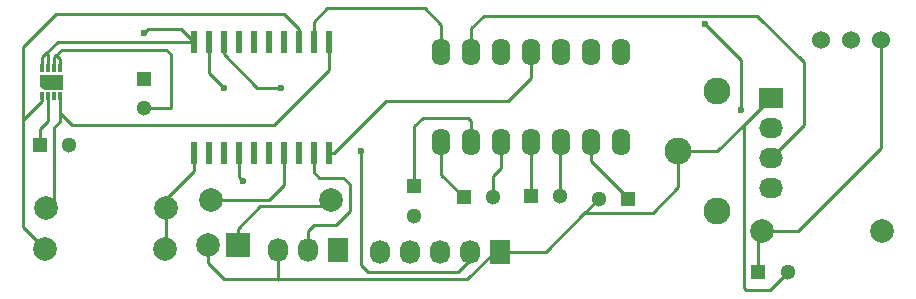
<source format=gbr>
G04 #@! TF.FileFunction,Copper,L1,Top,Signal*
%FSLAX46Y46*%
G04 Gerber Fmt 4.6, Leading zero omitted, Abs format (unit mm)*
G04 Created by KiCad (PCBNEW 4.0.2+dfsg1-stable) date Thu 01 Dec 2016 16:17:54 GMT*
%MOMM*%
G01*
G04 APERTURE LIST*
%ADD10C,0.100000*%
%ADD11C,0.001000*%
%ADD12R,1.300000X1.300000*%
%ADD13C,1.300000*%
%ADD14C,1.998980*%
%ADD15R,0.300000X0.800000*%
%ADD16R,1.000000X0.200000*%
%ADD17R,0.600000X1.950000*%
%ADD18O,1.600000X2.300000*%
%ADD19R,1.727200X2.032000*%
%ADD20O,1.727200X2.032000*%
%ADD21R,2.032000X1.727200*%
%ADD22O,2.032000X1.727200*%
%ADD23C,2.286000*%
%ADD24R,2.000000X2.000000*%
%ADD25C,2.000000*%
%ADD26C,1.524000*%
%ADD27C,0.600000*%
%ADD28C,0.250000*%
G04 APERTURE END LIST*
D10*
D11*
G36*
X133670000Y-72690000D02*
X133670000Y-71790000D01*
X135570000Y-71790000D01*
X135570000Y-72990000D01*
X133970000Y-72990000D01*
X133670000Y-72690000D01*
G37*
X133670000Y-72690000D02*
X133670000Y-71790000D01*
X135570000Y-71790000D01*
X135570000Y-72990000D01*
X133970000Y-72990000D01*
X133670000Y-72690000D01*
D12*
X142494000Y-72085200D03*
D13*
X142494000Y-74585200D03*
D12*
X175234600Y-82067400D03*
D13*
X177734600Y-82067400D03*
D12*
X169545000Y-82143600D03*
D13*
X172045000Y-82143600D03*
D12*
X165354000Y-81203800D03*
D13*
X165354000Y-83703800D03*
D12*
X183489600Y-82245200D03*
D13*
X180989600Y-82245200D03*
D12*
X133654800Y-77724000D03*
D13*
X136154800Y-77724000D03*
D14*
X144297400Y-86537800D03*
X134137400Y-86537800D03*
X144322800Y-83032600D03*
X134162800Y-83032600D03*
X148132800Y-82372200D03*
X158292800Y-82372200D03*
X204978000Y-84963000D03*
X194818000Y-84963000D03*
D15*
X133870000Y-73590000D03*
X134370000Y-73590000D03*
X134870000Y-73590000D03*
X135370000Y-73590000D03*
X135370000Y-71190000D03*
X134870000Y-71190000D03*
X134370000Y-71190000D03*
X133870000Y-71190000D03*
D16*
X134620000Y-72390000D03*
D17*
X146685000Y-78360000D03*
X147955000Y-78360000D03*
X149225000Y-78360000D03*
X150495000Y-78360000D03*
X151765000Y-78360000D03*
X153035000Y-78360000D03*
X154305000Y-78360000D03*
X155575000Y-78360000D03*
X156845000Y-78360000D03*
X158115000Y-78360000D03*
X158115000Y-68960000D03*
X156845000Y-68960000D03*
X155575000Y-68960000D03*
X154305000Y-68960000D03*
X153035000Y-68960000D03*
X151765000Y-68960000D03*
X150495000Y-68960000D03*
X149225000Y-68960000D03*
X147955000Y-68960000D03*
X146685000Y-68960000D03*
D18*
X167640000Y-77470000D03*
X170180000Y-77470000D03*
X172720000Y-77470000D03*
X175260000Y-77470000D03*
X177800000Y-77470000D03*
X180340000Y-77470000D03*
X182880000Y-77470000D03*
X182880000Y-69850000D03*
X180340000Y-69850000D03*
X177800000Y-69850000D03*
X175260000Y-69850000D03*
X172720000Y-69850000D03*
X170180000Y-69850000D03*
X167640000Y-69850000D03*
D19*
X172593000Y-86741000D03*
D20*
X170053000Y-86741000D03*
X167513000Y-86741000D03*
X164973000Y-86741000D03*
X162433000Y-86741000D03*
D21*
X195529200Y-73710800D03*
D22*
X195529200Y-76250800D03*
X195529200Y-78790800D03*
X195529200Y-81330800D03*
D23*
X191033400Y-83312000D03*
X191033400Y-73152000D03*
X187731400Y-78232000D03*
D24*
X150418800Y-86156800D03*
D25*
X147878800Y-86156800D03*
D26*
X202311000Y-68808600D03*
X204851000Y-68808600D03*
X199771000Y-68808600D03*
D12*
X194487800Y-88468200D03*
D13*
X196987800Y-88468200D03*
D19*
X158927800Y-86614000D03*
D20*
X156387800Y-86614000D03*
X153847800Y-86614000D03*
D27*
X142494000Y-68199000D03*
X150850600Y-80746600D03*
X154051000Y-72847200D03*
X160858200Y-78257400D03*
X149250400Y-72898000D03*
X189966600Y-67462400D03*
X193014600Y-74752200D03*
D28*
X193243200Y-75996800D02*
X193243200Y-89814400D01*
X195438400Y-90017600D02*
X196987800Y-88468200D01*
X193446400Y-90017600D02*
X195438400Y-90017600D01*
X193243200Y-89814400D02*
X193446400Y-90017600D01*
X153847800Y-86614000D02*
X153847800Y-89077800D01*
X153822400Y-89154000D02*
X153822400Y-89077800D01*
X153822400Y-89103200D02*
X153822400Y-89154000D01*
X153847800Y-89077800D02*
X153822400Y-89103200D01*
X172593000Y-86741000D02*
X172161200Y-86741000D01*
X172161200Y-86741000D02*
X169824400Y-89077800D01*
X169824400Y-89077800D02*
X153822400Y-89077800D01*
X147878800Y-87731600D02*
X147878800Y-86156800D01*
X153822400Y-89077800D02*
X149225000Y-89077800D01*
X149225000Y-89077800D02*
X147878800Y-87731600D01*
X187731400Y-78232000D02*
X191008000Y-78232000D01*
X191008000Y-78232000D02*
X193243200Y-75996800D01*
X193243200Y-75996800D02*
X195529200Y-73710800D01*
X179750400Y-83484400D02*
X185552400Y-83484400D01*
X187731400Y-81305400D02*
X187731400Y-78232000D01*
X185552400Y-83484400D02*
X187731400Y-81305400D01*
X172593000Y-86741000D02*
X176493800Y-86741000D01*
X176493800Y-86741000D02*
X179750400Y-83484400D01*
X179750400Y-83484400D02*
X180989600Y-82245200D01*
X133654800Y-77724000D02*
X133654800Y-76352400D01*
X134370000Y-75637200D02*
X134370000Y-73590000D01*
X133654800Y-76352400D02*
X134370000Y-75637200D01*
X145593800Y-67868800D02*
X146685000Y-68960000D01*
X142824200Y-67868800D02*
X145593800Y-67868800D01*
X142494000Y-68199000D02*
X142824200Y-67868800D01*
X134370000Y-71190000D02*
X134370000Y-70057200D01*
X134213600Y-69951600D02*
X134213600Y-69926200D01*
X134239000Y-69926200D02*
X134213600Y-69951600D01*
X134239000Y-69900800D02*
X134239000Y-69926200D01*
X134226300Y-69913500D02*
X134239000Y-69900800D01*
X134370000Y-70057200D02*
X134226300Y-69913500D01*
X133870000Y-71190000D02*
X133870000Y-70269800D01*
X135179800Y-68960000D02*
X146685000Y-68960000D01*
X133870000Y-70269800D02*
X134213600Y-69926200D01*
X134213600Y-69926200D02*
X135179800Y-68960000D01*
X144322800Y-83032600D02*
X144322800Y-86512400D01*
X144322800Y-86512400D02*
X144297400Y-86537800D01*
X144322800Y-83032600D02*
X144322800Y-82296000D01*
X144322800Y-82296000D02*
X146685000Y-79933800D01*
X146685000Y-79933800D02*
X146685000Y-78360000D01*
X144729200Y-74574400D02*
X142504800Y-74574400D01*
X142504800Y-74574400D02*
X142494000Y-74585200D01*
X135370000Y-71190000D02*
X135370000Y-70396800D01*
X135370000Y-70396800D02*
X135064500Y-70091300D01*
X134870000Y-70285800D02*
X134870000Y-71190000D01*
X135509000Y-69646800D02*
X135064500Y-70091300D01*
X135064500Y-70091300D02*
X134870000Y-70285800D01*
X144373600Y-69646800D02*
X135509000Y-69646800D01*
X144729200Y-70002400D02*
X144373600Y-69646800D01*
X144729200Y-74574400D02*
X144729200Y-70002400D01*
X175234600Y-82067400D02*
X175234600Y-77495400D01*
X175234600Y-77495400D02*
X175260000Y-77470000D01*
X177734600Y-82067400D02*
X177734600Y-77535400D01*
X177734600Y-77535400D02*
X177800000Y-77470000D01*
X167640000Y-77470000D02*
X167640000Y-80238600D01*
X167640000Y-80238600D02*
X169545000Y-82143600D01*
X172045000Y-82143600D02*
X172045000Y-80304000D01*
X172720000Y-79629000D02*
X172720000Y-77470000D01*
X172045000Y-80304000D02*
X172720000Y-79629000D01*
X165354000Y-81203800D02*
X165354000Y-76123800D01*
X170180000Y-75666600D02*
X170180000Y-77470000D01*
X169900600Y-75387200D02*
X170180000Y-75666600D01*
X166090600Y-75387200D02*
X169900600Y-75387200D01*
X165354000Y-76123800D02*
X166090600Y-75387200D01*
X183489600Y-82245200D02*
X183489600Y-82219800D01*
X183489600Y-82219800D02*
X180340000Y-79070200D01*
X180340000Y-79070200D02*
X180340000Y-77470000D01*
X155575000Y-68960000D02*
X155575000Y-67868800D01*
X132257800Y-69392800D02*
X132257800Y-75565000D01*
X135051800Y-66598800D02*
X132257800Y-69392800D01*
X154305000Y-66598800D02*
X135051800Y-66598800D01*
X155575000Y-67868800D02*
X154305000Y-66598800D01*
X133870000Y-73590000D02*
X133870000Y-73952800D01*
X133870000Y-73952800D02*
X132257800Y-75565000D01*
X132257800Y-75565000D02*
X132257800Y-84658200D01*
X132257800Y-84658200D02*
X134137400Y-86537800D01*
X158115000Y-68960000D02*
X158115000Y-71348600D01*
X136398000Y-75996800D02*
X135370000Y-74968800D01*
X153466800Y-75996800D02*
X136398000Y-75996800D01*
X158115000Y-71348600D02*
X153466800Y-75996800D01*
X135370000Y-73590000D02*
X135370000Y-74968800D01*
X135370000Y-74968800D02*
X135370000Y-75704000D01*
X134823200Y-76250800D02*
X134823200Y-82372200D01*
X135370000Y-75704000D02*
X134823200Y-76250800D01*
X134823200Y-82372200D02*
X134162800Y-83032600D01*
X148132800Y-82372200D02*
X153035000Y-82372200D01*
X154305000Y-81102200D02*
X154305000Y-78360000D01*
X153035000Y-82372200D02*
X154305000Y-81102200D01*
X150418800Y-86156800D02*
X150418800Y-84785200D01*
X152323800Y-82880200D02*
X157784800Y-82880200D01*
X150418800Y-84785200D02*
X152323800Y-82880200D01*
X157784800Y-82880200D02*
X158292800Y-82372200D01*
X194487800Y-88468200D02*
X194487800Y-85293200D01*
X194487800Y-85293200D02*
X194818000Y-84963000D01*
X204851000Y-68808600D02*
X204851000Y-77952600D01*
X197840600Y-84963000D02*
X194818000Y-84963000D01*
X204851000Y-77952600D02*
X197840600Y-84963000D01*
X150495000Y-78360000D02*
X150495000Y-80391000D01*
X150495000Y-80391000D02*
X150850600Y-80746600D01*
X158115000Y-78360000D02*
X158571200Y-78360000D01*
X175260000Y-72009000D02*
X175260000Y-69850000D01*
X173278800Y-73990200D02*
X175260000Y-72009000D01*
X162941000Y-73990200D02*
X173278800Y-73990200D01*
X158571200Y-78360000D02*
X162941000Y-73990200D01*
X167640000Y-69850000D02*
X167640000Y-67513200D01*
X156845000Y-67310000D02*
X156845000Y-68960000D01*
X158013400Y-66141600D02*
X156845000Y-67310000D01*
X166268400Y-66141600D02*
X158013400Y-66141600D01*
X167640000Y-67513200D02*
X166268400Y-66141600D01*
X149225000Y-68960000D02*
X149225000Y-70027800D01*
X152044400Y-72847200D02*
X154051000Y-72847200D01*
X149225000Y-70027800D02*
X152044400Y-72847200D01*
X170053000Y-86741000D02*
X170053000Y-87452200D01*
X170053000Y-87452200D02*
X169062400Y-88442800D01*
X169062400Y-88442800D02*
X161467800Y-88442800D01*
X161467800Y-88442800D02*
X160858200Y-87833200D01*
X160858200Y-87833200D02*
X160858200Y-78257400D01*
X149250400Y-72898000D02*
X147955000Y-71602600D01*
X147955000Y-71602600D02*
X147955000Y-68960000D01*
X189966600Y-67462400D02*
X193014600Y-70510400D01*
X193014600Y-70510400D02*
X193014600Y-74752200D01*
X170180000Y-69850000D02*
X170180000Y-67843400D01*
X198323200Y-75996800D02*
X195529200Y-78790800D01*
X198323200Y-70662800D02*
X198323200Y-75996800D01*
X194411600Y-66751200D02*
X198323200Y-70662800D01*
X171272200Y-66751200D02*
X194411600Y-66751200D01*
X170180000Y-67843400D02*
X171272200Y-66751200D01*
X156845000Y-78360000D02*
X156845000Y-80010000D01*
X156387800Y-84988400D02*
X156387800Y-86614000D01*
X156870400Y-84505800D02*
X156387800Y-84988400D01*
X158750000Y-84505800D02*
X156870400Y-84505800D01*
X159918400Y-83337400D02*
X158750000Y-84505800D01*
X159918400Y-81026000D02*
X159918400Y-83337400D01*
X159359600Y-80467200D02*
X159918400Y-81026000D01*
X157302200Y-80467200D02*
X159359600Y-80467200D01*
X156845000Y-80010000D02*
X157302200Y-80467200D01*
M02*

</source>
